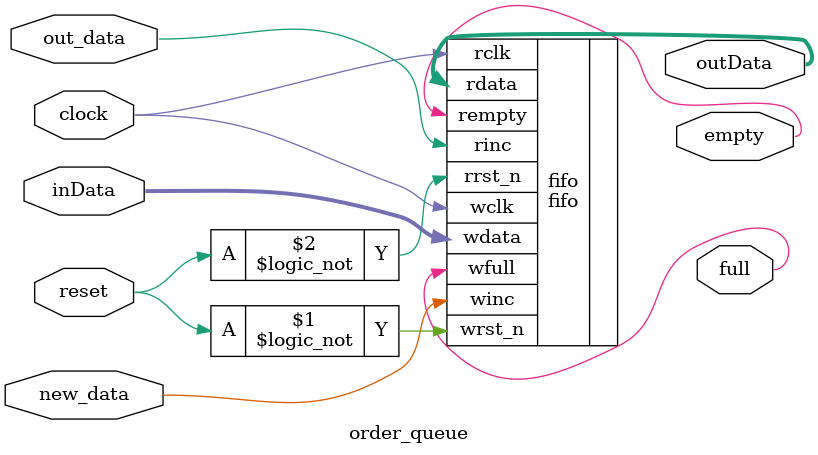
<source format=v>

module order_queue (clock, reset, inData, new_data, out_data, outData, full, empty);

parameter WIDTH = 5;

input clock;
input reset;
input [WIDTH-1 : 0] inData;
input new_data;
input out_data;

output [WIDTH-1 : 0] outData;
output full;
output empty;

fifo fifo (
	.rdata	(outData), 
	.wfull	(full), 
	.rempty	(empty), 
	.wdata	(inData),
	.winc	(new_data), 
	.wclk	(clock), 
	.wrst_n	(!reset), 
	.rinc	(out_data), 
	.rclk	(clock), 
	.rrst_n	(!reset)
	);

endmodule

</source>
